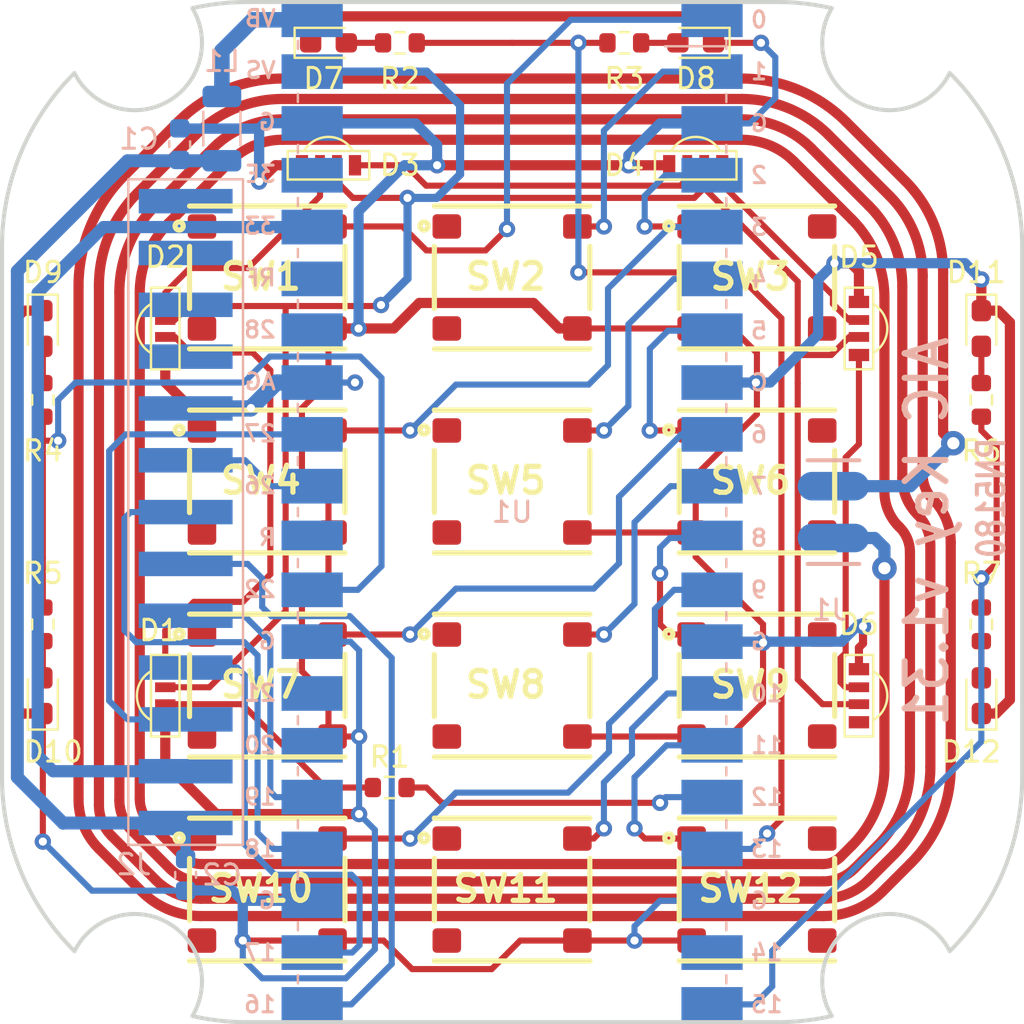
<source format=kicad_pcb>
(kicad_pcb (version 20221018) (generator pcbnew)
  (title_block (title "AIC Pico with PN5180"))
  (layers (0 "F.Cu" signal) (31 "B.Cu" signal) (34 "B.Paste" user) (35 "F.Paste" user) (36 "B.SilkS" user "B.Silkscreen") (37 "F.SilkS" user "F.Silkscreen") (38 "B.Mask" user) (39 "F.Mask" user) (44 "Edge.Cuts" user))
  (net 0 "")
  (net 1 "+5V")
  (net 2 "GND")
  (net 3 "+3V3")
  (net 4 "Net-(D7-A)")
  (net 5 "Net-(D1-In)")
  (net 6 "Net-(D1-Out)")
  (net 7 "Net-(D8-A)")
  (net 8 "Net-(D9-A)")
  (net 9 "Net-(D2-Out)")
  (net 10 "Net-(D10-A)")
  (net 11 "Net-(D11-A)")
  (net 12 "Net-(D3-Out)")
  (net 13 "Net-(D12-A)")
  (net 14 "Net-(D4-Out)")
  (net 15 "Net-(U1-GPIO12)")
  (net 16 "Net-(D5-Out)")
  (net 17 "Net-(U1-GPIO22)")
  (net 19 "Net-(U1-GPIO15)")
  (net 23 "Net-(U1-GPIO13)")
  (net 24 "Net-(U1-GPIO0)")
  (net 29 "Net-(U1-GPIO1)")
  (net 30 "Net-(U1-GPIO2)")
  (net 41 "Net-(U1-GPIO3)")
  (net 42 "Net-(U1-GPIO4)")
  (net 44 "Net-(U1-GPIO5)")
  (net 47 "Net-(U1-GPIO6)")
  (net 48 "Net-(U1-GPIO7)")
  (net 49 "Net-(U1-GPIO8)")
  (net 52 "Net-(U1-GPIO9)")
  (net 53 "Net-(U1-GPIO10)")
  (net 54 "Net-(U1-GPIO11)")
  (net 64 "Net-(U1-VBUS)")
  (net 65 "/ANT")
  (net 66 "Net-(J2-RST)")
  (net 67 "Net-(J2-NSS)")
  (net 68 "Net-(J2-MOSI)")
  (net 69 "Net-(J2-MISO)")
  (net 70 "Net-(J2-SCK)")
  (net 71 "Net-(J2-BUSY)")
  (net 76 "Net-(J2-5V)")
  (footprint "aic_pico:SKRR" (layer "F.Cu") (at 147.32 131.9)
    (fp_text reference "SW12")
    (fp_text value "SKRR_4pin" hide)
  )
  (footprint "aic_pico:WS2812B-1204" (layer "F.Cu") (at 144.32 96.4 180)
    (fp_text reference "D4")
    (fp_text value "WS2812B_Unified" hide)
  )
  (footprint "aic_pico:SKRR" (layer "F.Cu") (at 123.32 101.9)
    (fp_text reference "SW1")
    (fp_text value "SKRR_4pin" hide)
  )
  (footprint "aic_pico:SKRR" (layer "F.Cu") (at 135.32 101.9)
    (fp_text reference "SW2")
    (fp_text value "SKRR_4pin" hide)
  )
  (footprint "LED_SMD:LED_0603_1608Metric_Pad1.05x0.95mm_HandSolder" (layer "F.Cu") (at 126.32 90.4)
    (fp_text reference "D7")
    (fp_text value "LED" hide)
  )
  (footprint "aic_pico:WS2812B-1204" (layer "F.Cu") (at 152.32 104.4 90)
    (fp_text reference "D5")
    (fp_text value "WS2812B_Unified" hide)
  )
  (footprint "aic_pico:SKRR" (layer "F.Cu") (at 135.32 121.9)
    (fp_text reference "SW8")
    (fp_text value "SKRR_4pin" hide)
  )
  (footprint "aic_pico:WS2812B-1204" (layer "F.Cu") (at 126.32 96.4 180)
    (fp_text reference "D3")
    (fp_text value "WS2812B_Unified" hide)
  )
  (footprint "Resistor_SMD:R_0603_1608Metric" (layer "F.Cu") (at 140.82 90.4 180)
    (fp_text reference "R3")
    (fp_text value "1k" hide)
  )
  (footprint "aic_pico:SKRR" (layer "F.Cu") (at 147.32 121.9)
    (fp_text reference "SW9")
    (fp_text value "SKRR_4pin" hide)
  )
  (footprint "aic_pico:SKRR" (layer "F.Cu") (at 135.32 131.9)
    (fp_text reference "SW11")
    (fp_text value "SKRR_4pin" hide)
  )
  (footprint "Resistor_SMD:R_0603_1608Metric" (layer "F.Cu") (at 158.32 107.9 -90)
    (fp_text reference "R6")
    (fp_text value "1k" hide)
  )
  (footprint "aic_pico:SKRR" (layer "F.Cu") (at 123.32 121.9)
    (fp_text reference "SW7")
    (fp_text value "SKRR_4pin" hide)
  )
  (footprint "aic_pico:WS2812B-1204" (layer "F.Cu") (at 118.32 122.4 -90)
    (fp_text reference "D1")
    (fp_text value "WS2812B_Unified" hide)
  )
  (footprint "Resistor_SMD:R_0603_1608Metric" (layer "F.Cu") (at 112.32 107.9 -90)
    (fp_text reference "R4")
    (fp_text value "1k" hide)
  )
  (footprint "Resistor_SMD:R_0603_1608Metric" (layer "F.Cu") (at 158.32 118.9 90)
    (fp_text reference "R7")
    (fp_text value "1k" hide)
  )
  (footprint "LED_SMD:LED_0603_1608Metric_Pad1.05x0.95mm_HandSolder" (layer "F.Cu") (at 158.32 122.4 90)
    (fp_text reference "D12")
    (fp_text value "LED" hide)
  )
  (footprint "LED_SMD:LED_0603_1608Metric_Pad1.05x0.95mm_HandSolder" (layer "F.Cu") (at 158.32 104.4 -90)
    (fp_text reference "D11")
    (fp_text value "LED" hide)
  )
  (footprint "aic_pico:SKRR" (layer "F.Cu") (at 123.32 131.9)
    (fp_text reference "SW10")
    (fp_text value "SKRR_4pin" hide)
  )
  (footprint "LED_SMD:LED_0603_1608Metric_Pad1.05x0.95mm_HandSolder" (layer "F.Cu") (at 144.32 90.4 180)
    (fp_text reference "D8")
    (fp_text value "LED" hide)
  )
  (footprint "Resistor_SMD:R_0603_1608Metric" (layer "F.Cu") (at 129.32 126.9)
    (fp_text reference "R1")
    (fp_text value "10" hide)
  )
  (footprint "aic_pico:SKRR" (layer "F.Cu") (at 147.32 101.9)
    (fp_text reference "SW3")
    (fp_text value "SKRR_4pin" hide)
  )
  (footprint "Resistor_SMD:R_0603_1608Metric" (layer "F.Cu") (at 112.32 118.9 90)
    (fp_text reference "R5")
    (fp_text value "1k" hide)
  )
  (footprint "aic_pico:SKRR" (layer "F.Cu") (at 135.32 111.9)
    (fp_text reference "SW5")
    (fp_text value "SKRR_4pin" hide)
  )
  (footprint "Resistor_SMD:R_0603_1608Metric" (layer "F.Cu") (at 129.82 90.4)
    (fp_text reference "R2")
    (fp_text value "1k" hide)
  )
  (footprint "aic_pico:SKRR" (layer "F.Cu") (at 147.32 111.9)
    (fp_text reference "SW6")
    (fp_text value "SKRR_4pin" hide)
  )
  (footprint "LED_SMD:LED_0603_1608Metric_Pad1.05x0.95mm_HandSolder" (layer "F.Cu") (at 112.32 122.4 90)
    (fp_text reference "D10")
    (fp_text value "LED" hide)
  )
  (footprint "aic_pico:WS2812B-1204" (layer "F.Cu") (at 152.32 122.4 90)
    (fp_text reference "D6")
    (fp_text value "WS2812B_Unified" hide)
  )
  (footprint "aic_pico:SKRR" (layer "F.Cu") (at 123.32 111.9)
    (fp_text reference "SW4")
    (fp_text value "SKRR_4pin" hide)
  )
  (footprint "LED_SMD:LED_0603_1608Metric_Pad1.05x0.95mm_HandSolder" (layer "F.Cu") (at 112.32 104.4 -90)
    (fp_text reference "D9")
    (fp_text value "LED" hide)
  )
  (footprint "aic_pico:WS2812B-1204" (layer "F.Cu") (at 118.32 104.4 -90)
    (fp_text reference "D2")
    (fp_text value "WS2812B_Unified" hide)
  )
  (footprint "Inductor_SMD:L_1206_3216Metric" (layer "B.Cu") (at 121.096 94.604 -90)
    (fp_text reference "L1")
    (fp_text value "100nH")
  )
  (footprint "aic_pico:ANT_2P" (layer "B.Cu") (at 151.07 113.4)
    (fp_text reference "J1")
    (fp_text value "Conn_01x02_Female" hide)
  )
  (footprint "Capacitor_SMD:C_0603_1608Metric" (layer "B.Cu") (at 119.027934 95.366 90)
    (fp_text reference "C1")
    (fp_text value "0.1uF" hide)
  )
  (footprint "Capacitor_SMD:C_0603_1608Metric" (layer "B.Cu") (at 119.318 131.18 -90)
    (fp_text reference "C2")
    (fp_text value "10uF" hide)
  )
  (footprint "aic_pico:RPi_Pico_SMD_No_USB" (layer "B.Cu") (at 135.32 113.4 180)
    (fp_text reference "U1")
    (fp_text value "Pico_Trim")
  )
  (footprint "aic_pico:pn5180_conn" (layer "B.Cu") (at 119.32 113.4)
    (fp_text reference "J2")
    (fp_text value "PN5180" hide)
  )
  (gr_line (start 148.32 138.399999) (end 122.32 138.399999) (stroke (width 0.2)) (layer "Edge.Cuts"))
  (gr_line (start 160.32 126.399999) (end 160.32 100.399999) (stroke (width 0.2)) (layer "Edge.Cuts"))
  (gr_arc (start 119.649044 88.701025) (mid 118.410332 93.29151) (end 113.870189 91.879395) (stroke (width 0.2)) (layer "Edge.Cuts"))
  (gr_arc (start 150.990956 138.098973) (mid 152.229668 133.508486) (end 156.769811 134.920603) (stroke (width 0.2)) (layer "Edge.Cuts"))
  (gr_arc (start 110.32 100.399999) (mid 111.243048 95.784684) (end 113.870189 91.879395) (stroke (width 0.2)) (layer "Edge.Cuts"))
  (gr_arc (start 113.870189 134.920603) (mid 111.243048 131.015314) (end 110.32 126.399999) (stroke (width 0.2)) (layer "Edge.Cuts"))
  (gr_arc (start 122.32 138.399999) (mid 120.976067 138.324505) (end 119.649044 138.098973) (stroke (width 0.2)) (layer "Edge.Cuts"))
  (gr_arc (start 156.769811 91.879395) (mid 159.396952 95.784684) (end 160.32 100.399999) (stroke (width 0.2)) (layer "Edge.Cuts"))
  (gr_arc (start 160.32 126.399999) (mid 159.396952 131.015314) (end 156.769811 134.920603) (stroke (width 0.2)) (layer "Edge.Cuts"))
  (gr_arc (start 156.769811 91.879395) (mid 152.229668 93.291511) (end 150.990956 88.701025) (stroke (width 0.2)) (layer "Edge.Cuts"))
  (gr_arc (start 150.990956 138.098973) (mid 149.663933 138.324505) (end 148.32 138.399999) (stroke (width 0.2)) (layer "Edge.Cuts"))
  (gr_arc (start 113.870189 134.920603) (mid 118.410332 133.508487) (end 119.649044 138.098973) (stroke (width 0.2)) (layer "Edge.Cuts"))
  (gr_line (start 148.32 88.399999) (end 122.32 88.399999) (stroke (width 0.2)) (layer "Edge.Cuts"))
  (gr_line (start 110.32 126.399999) (end 110.32 100.399999) (stroke (width 0.2)) (layer "Edge.Cuts"))
  (gr_arc (start 148.32 88.399999) (mid 149.663933 88.475493) (end 150.990956 88.701025) (stroke (width 0.2)) (layer "Edge.Cuts"))
  (gr_arc (start 119.649044 88.701025) (mid 120.976067 88.475493) (end 122.32 88.399999) (stroke (width 0.2)) (layer "Edge.Cuts"))
  (gr_text "PN5180" (at 159.57 109.65 90) (layer "B.SilkS") (effects (font (size 1.3 1) (thickness 0.2) bold) (justify left bottom mirror)))
  (gr_text "AIC Key v1.31" (at 156.82 104.65 90) (layer "B.SilkS") (effects (font (size 2 1.8) (thickness 0.3)) (justify left bottom mirror)))
  (segment (start 144.25 98) (end 144.735 97.515) (width 0.3) (layer "F.Cu") (net 1))
  (segment (start 128.895 103.25) (end 128.845 103.3) (width 0.3) (layer "F.Cu") (net 1))
  (segment (start 149.32 121.6) (end 149.32 107.1) (width 0.3) (layer "F.Cu") (net 1))
  (segment (start 149.32 105.7) (end 150.96381 105.7) (width 0.3) (layer "F.Cu") (net 1))
  (segment (start 149.32 102.1) (end 149.32 105.7) (width 0.3) (layer "F.Cu") (net 1))
  (segment (start 144.735 97.515) (end 149.32 102.1) (width 0.3) (layer "F.Cu") (net 1))
  (segment (start 144.735 96.4) (end 144.735 97.515) (width 0.3) (layer "F.Cu") (net 1))
  (segment (start 150.96381 105.7) (end 151.84881 104.815) (width 0.3) (layer "F.Cu") (net 1))
  (segment (start 150.535 122.815) (end 149.32 121.6) (width 0.3) (layer "F.Cu") (net 1))
  (segment (start 128.845 103.3) (end 119.463623 103.3) (width 0.3) (layer "F.Cu") (net 1))
  (segment (start 151.84881 104.815) (end 152.32 104.815) (width 0.3) (layer "F.Cu") (net 1))
  (segment (start 120.485 121.985) (end 124.22 118.25) (width 0.3) (layer "F.Cu") (net 1))
  (segment (start 124.22 118.25) (end 124.22 103.3) (width 0.3) (layer "F.Cu") (net 1))
  (segment (start 152.32 122.815) (end 150.535 122.815) (width 0.3) (layer "F.Cu") (net 1))
  (segment (start 149.32 105.7) (end 149.32 107.1) (width 0.3) (layer "F.Cu") (net 1))
  (segment (start 118.32 121.985) (end 120.485 121.985) (width 0.3) (layer "F.Cu") (net 1))
  (segment (start 118.778623 103.985) (end 118.32 103.985) (width 0.3) (layer "F.Cu") (net 1))
  (segment (start 119.463623 103.3) (end 118.778623 103.985) (width 0.3) (layer "F.Cu") (net 1))
  (segment (start 127.52 98) (end 144.25 98) (width 0.3) (layer "F.Cu") (net 1))
  (segment (start 126.735 96.4) (end 126.735 97.215) (width 0.3) (layer "F.Cu") (net 1))
  (segment (start 126.735 97.215) (end 127.52 98) (width 0.3) (layer "F.Cu") (net 1))
  (via (at 128.895 103.25) (size 0.8) (drill 0.4) (layers "F.Cu" "B.Cu") (net 1))
  (via (at 130.195 98) (size 0.8) (drill 0.4) (layers "F.Cu" "B.Cu") (net 1))
  (segment (start 130.195 101.95) (end 130.195 98) (width 0.4) (layer "B.Cu") (net 1))
  (segment (start 132.77 93.45) (end 131.13 91.81) (width 0.4) (layer "B.Cu") (net 1))
  (segment (start 128.895 103.25) (end 130.195 101.95) (width 0.4) (layer "B.Cu") (net 1))
  (segment (start 131.13 91.81) (end 125.52 91.81) (width 0.4) (layer "B.Cu") (net 1))
  (segment (start 131.62 98) (end 132.77 96.85) (width 0.4) (layer "B.Cu") (net 1))
  (segment (start 130.195 98) (end 131.62 98) (width 0.4) (layer "B.Cu") (net 1))
  (segment (start 132.77 96.85) (end 132.77 93.45) (width 0.4) (layer "B.Cu") (net 1))
  (segment (start 125.02 111.4) (end 126.32 112.7) (width 0.3) (layer "F.Cu") (net 2))
  (segment (start 126.32 104.4) (end 126.32 106.4) (width 0.3) (layer "F.Cu") (net 2))
  (segment (start 118.32 107.05) (end 119.57 108.3) (width 0.5) (layer "F.Cu") (net 2))
  (segment (start 125.02 117.7) (end 125.02 121.2) (width 0.3) (layer "F.Cu") (net 2))
  (segment (start 125.445 90.4) (end 125.445 89.575) (width 0.5) (layer "F.Cu") (net 2))
  (segment (start 129.52 104.4) (end 130.77 103.15) (width 0.5) (layer "F.Cu") (net 2))
  (segment (start 147.62 118.9) (end 147.62 122.75) (width 0.3) (layer "F.Cu") (net 2))
  (segment (start 135.72 134.4) (end 138.32 134.4) (width 0.3) (layer "F.Cu") (net 2))
  (segment (start 147.32 108.6) (end 144.32 111.6) (width 0.3) (layer "F.Cu") (net 2))
  (segment (start 112.32 103.525) (end 111.395 103.525) (width 0.5) (layer "F.Cu") (net 2))
  (segment (start 144.32 114.4) (end 138.32 114.4) (width 0.3) (layer "F.Cu") (net 2))
  (segment (start 125.92 89.1) (end 144.72 89.1) (width 0.5) (layer "F.Cu") (net 2))
  (segment (start 130.42 135.8) (end 134.32 135.8) (width 0.3) (layer "F.Cu") (net 2))
  (segment (start 111.32 123.3) (end 111.345 123.275) (width 0.5) (layer "F.Cu") (net 2))
  (segment (start 158.32 103.525) (end 159.145 103.525) (width 0.5) (layer "F.Cu") (net 2))
  (segment (start 142.52 104.4) (end 144.32 104.4) (width 0.3) (layer "F.Cu") (net 2))
  (segment (start 111.395 103.525) (end 111.02 103.9) (width 0.5) (layer "F.Cu") (net 2))
  (segment (start 126.32 122.5) (end 126.32 124.4) (width 0.3) (layer "F.Cu") (net 2))
  (segment (start 152.32 120.04) (end 152.32 121.1) (width 0.4) (layer "F.Cu") (net 2))
  (segment (start 144.72 89.1) (end 145.195 89.575) (width 0.5) (layer "F.Cu") (net 2))
  (segment (start 152.52 119.84) (end 152.32 120.04) (width 0.4) (layer "F.Cu") (net 2))
  (segment (start 126.32 114.4) (end 126.32 116.4) (width 0.3) (layer "F.Cu") (net 2))
  (segment (start 144.32 104.4) (end 146.12 104.4) (width 0.3) (layer "F.Cu") (net 2))
  (segment (start 126.32 116.4) (end 125.02 117.7) (width 0.3) (layer "F.Cu") (net 2))
  (segment (start 136.37 103.15) (end 137.62 104.4) (width 0.5) (layer "F.Cu") (net 2))
  (segment (start 127.795 104.4) (end 129.52 104.4) (width 0.5) (layer "F.Cu") (net 2))
  (segment (start 125.02 108.3) (end 125.02 111.4) (width 0.3) (layer "F.Cu") (net 2))
  (segment (start 111.02 103.9) (end 111.02 123) (width 0.5) (layer "F.Cu") (net 2))
  (segment (start 141.32 134.4) (end 144.32 134.4) (width 0.3) (layer "F.Cu") (net 2))
  (segment (start 152.52 119) (end 152.52 119.84) (width 0.4) (layer "F.Cu") (net 2))
  (segment (start 159.72 122.6) (end 159.045 123.275) (width 0.5) (layer "F.Cu") (net 2))
  (segment (start 126.32 112.7) (end 126.32 114.4) (width 0.3) (layer "F.Cu") (net 2))
  (segment (start 145.195 89.575) (end 145.195 90.4) (width 0.5) (layer "F.Cu") (net 2))
  (segment (start 125.02 121.2) (end 126.32 122.5) (width 0.3) (layer "F.Cu") (net 2))
  (segment (start 130.77 103.15) (end 136.37 103.15) (width 0.5) (layer "F.Cu") (net 2))
  (segment (start 144.32 124.4) (end 138.32 124.4) (width 0.3) (layer "F.Cu") (net 2))
  (segment (start 159.045 123.275) (end 158.32 123.275) (width 0.5) (layer "F.Cu") (net 2))
  (segment (start 125.445 89.575) (end 125.92 89.1) (width 0.5) (layer "F.Cu") (net 2))
  (segment (start 137.62 104.4) (end 138.32 104.4) (width 0.5) (layer "F.Cu") (net 2))
  (segment (start 126.32 134.4) (end 129.02 134.4) (width 0.3) (layer "F.Cu") (net 2))
  (segment (start 127.72 128.2) (end 120.82 128.2) (width 0.5) (layer "F.Cu") (net 2))
  (segment (start 111.02 123) (end 111.32 123.3) (width 0.5) (layer "F.Cu") (net 2))
  (segment (start 134.32 135.8) (end 135.72 134.4) (width 0.3) (layer "F.Cu") (net 2))
  (segment (start 151.92 101.2) (end 152.32 101.6) (width 0.5) (layer "F.Cu") (net 2))
  (segment (start 122.92 97.2) (end 123.72 96.4) (width 0.5) (layer "F.Cu") (net 2))
  (segment (start 141.02 96.4) (end 131.645 96.4) (width 0.5) (layer "F.Cu") (net 2))
  (segment (start 138.32 104.4) (end 142.52 104.4) (width 0.3) (layer "F.Cu") (net 2))
  (segment (start 126.32 104.4) (end 127.795 104.4) (width 0.5) (layer "F.Cu") (net 2))
  (segment (start 127.82 124.4) (end 126.32 124.4) (width 0.3) (layer "F.Cu") (net 2))
  (segment (start 112.32 129.55) (end 112.32 123.275) (width 0.3) (layer "F.Cu") (net 2))
  (segment (start 122.12 134.4) (end 126.32 134.4) (width 0.3) (layer "F.Cu") (net 2))
  (segment (start 126.32 107.05) (end 126.32 106.4) (width 0.3) (layer "F.Cu") (net 2))
  (segment (start 146.12 104.4) (end 147.32 105.6) (width 0.3) (layer "F.Cu") (net 2))
  (segment (start 147.52 90.4) (end 145.195 90.4) (width 0.3) (layer "F.Cu") (net 2))
  (segment (start 118.32 105.7) (end 118.32 107.05) (width 0.5) (layer "F.Cu") (net 2))
  (segment (start 144.32 111.6) (end 144.32 114.4) (width 0.3) (layer "F.Cu") (net 2))
  (segment (start 158.32 102) (end 158.32 103.525) (width 0.5) (layer "F.Cu") (net 2))
  (segment (start 138.32 134.4) (end 141.32 134.4) (width 0.3) (layer "F.Cu") (net 2))
  (segment (start 123.72 96.4) (end 125.02 96.4) (width 0.5) (layer "F.Cu") (net 2))
  (segment (start 119.57 108.3) (end 122.52 108.3) (width 0.5) (layer "F.Cu") (net 2))
  (segment (start 127.62 107.05) (end 126.32 107.05) (width 0.3) (layer "F.Cu") (net 2))
  (segment (start 147.32 105.6) (end 147.32 108.6) (width 0.3) (layer "F.Cu") (net 2))
  (segment (start 145.97 124.4) (end 144.32 124.4) (width 0.3) (layer "F.Cu") (net 2))
  (segment (start 141.02 96.4) (end 143.02 96.4) (width 0.5) (layer "F.Cu") (net 2))
  (segment (start 127.82 128.3) (end 127.72 128.2) (width 0.5) (layer "F.Cu") (net 2))
  (segment (start 111.345 123.275) (end 112.32 123.275) (width 0.5) (layer "F.Cu") (net 2))
  (segment (start 151.12 101.2) (end 151.92 101.2) (width 0.5) (layer "F.Cu") (net 2))
  (segment (start 152.32 101.6) (end 152.32 103.1) (width 0.5) (layer "F.Cu") (net 2))
  (segment (start 144.32 114.4) (end 144.32 115.6) (width 0.3) (layer "F.Cu") (net 2))
  (segment (start 147.62 122.75) (end 145.97 124.4) (width 0.3) (layer "F.Cu") (net 2))
  (segment (start 159.145 103.525) (end 159.72 104.1) (width 0.5) (layer "F.Cu") (net 2))
  (segment (start 118.32 125.7) (end 118.32 123.7) (width 0.5) (layer "F.Cu") (net 2))
  (segment (start 144.32 115.6) (end 147.62 118.9) (width 0.3) (layer "F.Cu") (net 2))
  (segment (start 126.32 107) (end 125.02 108.3) (width 0.3) (layer "F.Cu") (net 2))
  (segment (start 129.02 134.4) (end 130.42 135.8) (width 0.3) (layer "F.Cu") (net 2))
  (segment (start 120.82 128.2) (end 118.32 125.7) (width 0.5) (layer "F.Cu") (net 2))
  (segment (start 159.72 104.1) (end 159.72 122.6) (width 0.5) (layer "F.Cu") (net 2))
  (via (at 122.52 108.3) (size 0.8) (drill 0.4) (layers "F.Cu" "B.Cu") (net 2))
  (via (at 127.62 107.05) (size 0.8) (drill 0.4) (layers "F.Cu" "B.Cu") (net 2))
  (via (at 158.32 102) (size 0.8) (drill 0.4) (layers "F.Cu" "B.Cu") (net 2))
  (via (at 147.27 107.05) (size 0.8) (drill 0.4) (layers "F.Cu" "B.Cu") (net 2))
  (via (at 141.02 96.4) (size 0.8) (drill 0.4) (layers "F.Cu" "B.Cu") (net 2))
  (via (at 122.92 97.2) (size 0.8) (drill 0.4) (layers "F.Cu" "B.Cu") (net 2))
  (via (at 127.82 128.2) (size 0.8) (drill 0.4) (layers "F.Cu" "B.Cu") (net 2))
  (via (at 122.12 134.4) (size 0.8) (drill 0.4) (layers "F.Cu" "B.Cu") (net 2))
  (via (at 141.32 134.4) (size 0.8) (drill 0.4) (layers "F.Cu" "B.Cu") (net 2))
  (via (at 131.645 96.4) (size 0.8) (drill 0.4) (layers "F.Cu" "B.Cu") (net 2))
  (via (at 147.52 90.4) (size 0.8) (drill 0.4) (layers "F.Cu" "B.Cu") (net 2))
  (via (at 152.52 119) (size 0.8) (drill 0.4) (layers "F.Cu" "B.Cu") (net 2))
  (via (at 151.12 101.2) (size 0.8) (drill 0.4) (layers "F.Cu" "B.Cu") (net 2))
  (via (at 127.82 124.4) (size 0.8) (drill 0.4) (layers "F.Cu" "B.Cu") (net 2))
  (via (at 127.795 104.4) (size 0.8) (drill 0.4) (layers "F.Cu" "B.Cu") (net 2))
  (via (at 147.62 119.8) (size 0.8) (drill 0.4) (layers "F.Cu" "B.Cu") (net 2))
  (via (at 112.32 129.55) (size 0.8) (drill 0.4) (layers "F.Cu" "B.Cu") (net 2))
  (segment (start 145.12 94.35) (end 146.97 94.35) (width 0.3) (layer "B.Cu") (net 2))
  (segment (start 122.12 132.45) (end 125.52 132.45) (width 0.508) (layer "B.Cu") (net 2))
  (segment (start 148.22 93.1) (end 148.22 91.1) (width 0.3) (layer "B.Cu") (net 2))
  (segment (start 131.645 96.4) (end 131.645 95.4) (width 0.5) (layer "B.Cu") (net 2))
  (segment (start 145.12 107.05) (end 147.97 107.05) (width 0.5) (layer "B.Cu") (net 2))
  (segment (start 128.595 134.825) (end 127.17 136.25) (width 0.3) (layer "B.Cu") (net 2))
  (segment (start 152.32 118.9) (end 151.47 119.75) (width 0.5) (layer "B.Cu") (net 2))
  (segment (start 122.12 132.45) (end 122.12 134.4) (width 0.508) (layer "B.Cu") (net 2))
  (segment (start 121.612 131.942) (end 122.12 132.45) (width 0.508) (layer "B.Cu") (net 2))
  (segment (start 122.92 94.604) (end 123.187 94.337) (width 0.508) (layer "B.Cu") (net 2))
  (segment (start 145.12 132.45) (end 142.57 132.45) (width 0.3) (layer "B.Cu") (net 2))
  (segment (start 112.32 129.55) (end 114.725 131.955) (width 0.3) (layer "B.Cu") (net 2))
  (segment (start 151.47 119.75) (end 145.12 119.75) (width 0.5) (layer "B.Cu") (net 2))
  (segment (start 157.52 101.2) (end 158.32 102) (width 0.5) (layer "B.Cu") (net 2))
  (segment (start 141.02 95.9) (end 141.02 96.4) (width 0.5) (layer "B.Cu") (net 2))
  (segment (start 127.795 98.65) (end 127.795 104.4) (width 0.5) (layer "B.Cu") (net 2))
  (segment (start 130.045 96.4) (end 127.795 98.65) (width 0.5) (layer "B.Cu") (net 2))
  (segment (start 119.32 108.32) (end 122.5 108.32) (width 0.8) (layer "B.Cu") (net 2))
  (segment (start 151.12 101.2) (end 157.52 101.2) (width 0.5) (layer "B.Cu") (net 2))
  (segment (start 122.92 97.2) (end 122.92 94.604) (width 0.508) (layer "B.Cu") (net 2))
  (segment (start 119.318 131.955) (end 119.331 131.942) (width 0.508) (layer "B.Cu") (net 2))
  (segment (start 114.725 131.955) (end 119.318 131.955) (width 0.3) (layer "B.Cu") (net 2))
  (segment (start 119.040934 94.604) (end 122.92 94.604) (width 0.508) (layer "B.Cu") (net 2))
  (segment (start 127.82 120.175) (end 127.395 119.75) (width 0.3) (layer "B.Cu") (net 2))
  (segment (start 142.57 94.35) (end 141.02 95.9) (width 0.5) (layer "B.Cu") (net 2))
  (segment (start 142.57 132.45) (end 141.32 133.7) (width 0.3) (layer "B.Cu") (net 2))
  (segment (start 147.97 107.05) (end 150.32 104.7) (width 0.5) (layer "B.Cu") (net 2))
  (segment (start 123.77 107.05) (end 125.52 107.05) (width 0.8) (layer "B.Cu") (net 2))
  (segment (start 123.187 94.337) (end 125.507 94.337) (width 0.508) (layer "B.Cu") (net 2))
  (segment (start 119.027934 94.591) (end 119.040934 94.604) (width 0.508) (layer "B.Cu") (net 2))
  (segment (start 123.07 136.25) (end 122.12 135.3) (width 0.3) (layer "B.Cu") (net 2))
  (segment (start 130.595 94.35) (end 125.52 94.35) (width 0.5) (layer "B.Cu") (net 2))
  (segment (start 127.17 136.25) (end 123.07 136.25) (width 0.3) (layer "B.Cu") (net 2))
  (segment (start 122.12 135.3) (end 122.12 134.4) (width 0.3) (layer "B.Cu") (net 2))
  (segment (start 150.32 102) (end 151.12 101.2) (width 0.5) (layer "B.Cu") (net 2))
  (segment (start 150.32 104.7) (end 150.32 102) (width 0.5) (layer "B.Cu") (net 2))
  (segment (start 128.595 128.975) (end 128.595 134.825) (width 0.3) (layer "B.Cu") (net 2))
  (segment (start 127.82 128.2) (end 128.595 128.975) (width 0.3) (layer "B.Cu") (net 2))
  (segment (start 131.645 96.4) (end 130.045 96.4) (width 0.5) (layer "B.Cu") (net 2))
  (segment (start 145.12 94.35) (end 142.57 94.35) (width 0.5) (layer "B.Cu") (net 2))
  (segment (start 122.5 108.32) (end 123.77 107.05) (width 0.8) (layer "B.Cu") (net 2))
  (segment (start 141.32 133.7) (end 141.32 134.4) (width 0.3) (layer "B.Cu") (net 2))
  (segment (start 127.395 119.75) (end 125.52 119.75) (width 0.3) (layer "B.Cu") (net 2))
  (segment (start 125.52 107.05) (end 127.62 107.05) (width 0.3) (layer "B.Cu") (net 2))
  (segment (start 127.82 124.4) (end 127.82 128.2) (width 0.3) (layer "B.Cu") (net 2))
  (segment (start 119.331 131.942) (end 121.612 131.942) (width 0.508) (layer "B.Cu") (net 2))
  (segment (start 127.82 124.4) (end 127.82 120.175) (width 0.3) (layer "B.Cu") (net 2))
  (segment (start 131.645 95.4) (end 130.595 94.35) (width 0.5) (layer "B.Cu") (net 2))
  (segment (start 148.22 91.1) (end 147.52 90.4) (width 0.3) (layer "B.Cu") (net 2))
  (segment (start 146.97 94.35) (end 148.22 93.1) (width 0.3) (layer "B.Cu") (net 2))
  (segment (start 112.07 125.35) (end 112.82 126.1) (width 0.6) (layer "B.Cu") (net 3))
  (segment (start 125.52 99.43) (end 115.29 99.43) (width 0.6) (layer "B.Cu") (net 3))
  (segment (start 115.29 99.43) (end 112.07 102.65) (width 0.6) (layer "B.Cu") (net 3))
  (segment (start 112.82 126.1) (end 120.08 126.1) (width 0.6) (layer "B.Cu") (net 3))
  (segment (start 112.07 102.65) (end 112.07 125.35) (width 0.6) (layer "B.Cu") (net 3))
  (segment (start 128.995 90.4) (end 127.195 90.4) (width 0.3) (layer "F.Cu") (net 4))
  (segment (start 126.17 126.9) (end 128.495 126.9) (width 0.3) (layer "F.Cu") (net 5))
  (segment (start 122.085 122.815) (end 126.17 126.9) (width 0.3) (layer "F.Cu") (net 5))
  (segment (start 118.32 122.815) (end 122.085 122.815) (width 0.3) (layer "F.Cu") (net 5))
  (segment (start 123.47 106.45) (end 123.47 116.45) (width 0.3) (layer "F.Cu") (net 6))
  (segment (start 118.32 119.2) (end 118.32 121.1) (width 0.3) (layer "F.Cu") (net 6))
  (segment (start 123.47 116.45) (end 122.12 117.8) (width 0.3) (layer "F.Cu") (net 6))
  (segment (start 118.32 104.815) (end 118.792509 104.815) (width 0.3) (layer "F.Cu") (net 6))
  (segment (start 119.557509 105.58) (end 122.6 105.58) (width 0.3) (layer "F.Cu") (net 6))
  (segment (start 119.72 117.8) (end 118.32 119.2) (width 0.3) (layer "F.Cu") (net 6))
  (segment (start 122.6 105.58) (end 123.47 106.45) (width 0.3) (layer "F.Cu") (net 6))
  (segment (start 122.12 117.8) (end 119.72 117.8) (width 0.3) (layer "F.Cu") (net 6))
  (segment (start 118.792509 104.815) (end 119.557509 105.58) (width 0.3) (layer "F.Cu") (net 6))
  (segment (start 143.445 90.4) (end 141.645 90.4) (width 0.3) (layer "F.Cu") (net 7))
  (segment (start 112.32 105.275) (end 112.32 107.075) (width 0.3) (layer "F.Cu") (net 8))
  (segment (start 119.5325 101.4375) (end 122.3825 101.4375) (width 0.3) (layer "F.Cu") (net 9))
  (segment (start 118.32 103.1) (end 118.32 102.65) (width 0.3) (layer "F.Cu") (net 9))
  (segment (start 118.32 102.65) (end 119.5325 101.4375) (width 0.3) (layer "F.Cu") (net 9))
  (segment (start 122.3825 101.4375) (end 125.905 97.915) (width 0.3) (layer "F.Cu") (net 9))
  (segment (start 125.905 97.915) (end 125.905 96.4) (width 0.3) (layer "F.Cu") (net 9))
  (segment (start 112.32 119.725) (end 112.32 121.525) (width 0.3) (layer "F.Cu") (net 10))
  (segment (start 158.32 105.275) (end 158.32 107.075) (width 0.3) (layer "F.Cu") (net 11))
  (segment (start 131.1075 97.4) (end 143.57 97.4) (width 0.3) (layer "F.Cu") (net 12))
  (segment (start 130.1075 96.4) (end 131.1075 97.4) (width 0.3) (layer "F.Cu") (net 12))
  (segment (start 143.57 97.4) (end 143.905 97.065) (width 0.3) (layer "F.Cu") (net 12))
  (segment (start 143.905 97.065) (end 143.905 96.4) (width 0.3) (layer "F.Cu") (net 12))
  (segment (start 127.62 96.4) (end 130.1075 96.4) (width 0.3) (layer "F.Cu") (net 12))
  (segment (start 158.32 119.725) (end 158.32 121.525) (width 0.3) (layer "F.Cu") (net 13))
  (segment (start 145.62 96.4) (end 145.62 97.345) (width 0.3) (layer "F.Cu") (net 14))
  (segment (start 145.62 97.345) (end 151.045 102.77) (width 0.3) (layer "F.Cu") (net 14))
  (segment (start 151.045 103.192067) (end 151.837933 103.985) (width 0.3) (layer "F.Cu") (net 14))
  (segment (start 151.045 102.77) (end 151.045 103.192067) (width 0.3) (layer "F.Cu") (net 14))
  (segment (start 151.837933 103.985) (end 152.32 103.985) (width 0.3) (layer "F.Cu") (net 14))
  (segment (start 142.57 127.65) (end 131.87 127.65) (width 0.3) (layer "F.Cu") (net 15))
  (segment (start 131.12 126.9) (end 130.145 126.9) (width 0.3) (layer "F.Cu") (net 15))
  (segment (start 131.87 127.65) (end 131.12 126.9) (width 0.3) (layer "F.Cu") (net 15))
  (via (at 142.57 127.65) (size 0.8) (drill 0.4) (layers "F.Cu" "B.Cu") (net 15))
  (segment (start 142.57 127.65) (end 142.85 127.37) (width 0.3) (layer "B.Cu") (net 15))
  (segment (start 142.85 127.37) (end 145.12 127.37) (width 0.3) (layer "B.Cu") (net 15))
  (segment (start 152.32 105.7) (end 152.32 110.07) (width 0.3) (layer "F.Cu") (net 16))
  (segment (start 151.67 110.72) (end 151.67 120.3) (width 0.3) (layer "F.Cu") (net 16))
  (segment (start 151.42 120.55) (end 151.42 121.75) (width 0.3) (layer "F.Cu") (net 16))
  (segment (start 151.67 120.3) (end 151.42 120.55) (width 0.3) (layer "F.Cu") (net 16))
  (segment (start 151.655 121.985) (end 152.32 121.985) (width 0.3) (layer "F.Cu") (net 16))
  (segment (start 152.32 110.07) (end 151.67 110.72) (width 0.3) (layer "F.Cu") (net 16))
  (segment (start 151.42 121.75) (end 151.655 121.985) (width 0.3) (layer "F.Cu") (net 16))
  (segment (start 112.32 109.9) (end 112.32 115.65) (width 0.3) (layer "F.Cu") (net 17))
  (segment (start 112.32 115.65) (end 112.32 118.075) (width 0.3) (layer "F.Cu") (net 17))
  (segment (start 112.32 108.725) (end 112.32 109.9) (width 0.3) (layer "F.Cu") (net 17))
  (segment (start 113.07 109.9) (end 112.32 109.9) (width 0.3) (layer "F.Cu") (net 17))
  (via (at 113.07 109.9) (size 0.8) (drill 0.4) (layers "F.Cu" "B.Cu") (net 17))
  (segment (start 123.445 105.775) (end 122.17 107.05) (width 0.3) (layer "B.Cu") (net 17))
  (segment (start 127.87 105.775) (end 123.445 105.775) (width 0.3) (layer "B.Cu") (net 17))
  (segment (start 127.76 117.21) (end 128.92 116.05) (width 0.3) (layer "B.Cu") (net 17))
  (segment (start 128.92 116.05) (end 128.92 106.825) (width 0.3) (layer "B.Cu") (net 17))
  (segment (start 113.92 107.05) (end 113.07 107.9) (width 0.3) (layer "B.Cu") (net 17))
  (segment (start 113.07 107.9) (end 113.07 109.9) (width 0.3) (layer "B.Cu") (net 17))
  (segment (start 122.17 107.05) (end 113.92 107.05) (width 0.3) (layer "B.Cu") (net 17))
  (segment (start 128.92 106.825) (end 127.87 105.775) (width 0.3) (layer "B.Cu") (net 17))
  (segment (start 125.52 117.21) (end 127.76 117.21) (width 0.3) (layer "B.Cu") (net 17))
  (segment (start 158.32 109.4) (end 158.32 108.725) (width 0.3) (layer "F.Cu") (net 19))
  (segment (start 159.07 110.15) (end 158.32 109.4) (width 0.3) (layer "F.Cu") (net 19))
  (segment (start 159.07 115.9) (end 159.07 110.15) (width 0.3) (layer "F.Cu") (net 19))
  (segment (start 158.32 116.65) (end 159.07 115.9) (width 0.3) (layer "F.Cu") (net 19))
  (segment (start 158.32 116.65) (end 158.32 118.075) (width 0.3) (layer "F.Cu") (net 19))
  (via (at 158.32 116.65) (size 0.8) (drill 0.4) (layers "F.Cu" "B.Cu") (net 19))
  (segment (start 158.32 124.65) (end 158.32 116.65) (width 0.3) (layer "B.Cu") (net 19))
  (segment (start 147.19 137.53) (end 148.07 136.65) (width 0.3) (layer "B.Cu") (net 19))
  (segment (start 145.12 137.53) (end 147.19 137.53) (width 0.3) (layer "B.Cu") (net 19))
  (segment (start 148.07 136.65) (end 148.07 134.9) (width 0.3) (layer "B.Cu") (net 19))
  (segment (start 148.07 134.9) (end 158.32 124.65) (width 0.3) (layer "B.Cu") (net 19))
  (segment (start 146.27 101.65) (end 138.57 101.65) (width 0.3) (layer "F.Cu") (net 23))
  (segment (start 130.645 90.4) (end 135.32 90.4) (width 0.3) (layer "F.Cu") (net 23))
  (segment (start 138.57 90.4) (end 139.995 90.4) (width 0.3) (layer "F.Cu") (net 23))
  (segment (start 135.32 90.4) (end 138.57 90.4) (width 0.3) (layer "F.Cu") (net 23))
  (segment (start 148.52 128.45) (end 148.52 103.9) (width 0.3) (layer "F.Cu") (net 23))
  (segment (start 148.52 103.9) (end 146.27 101.65) (width 0.3) (layer "F.Cu") (net 23))
  (segment (start 147.82 129.15) (end 148.52 128.45) (width 0.3) (layer "F.Cu") (net 23))
  (via (at 147.82 129.15) (size 0.8) (drill 0.4) (layers "F.Cu" "B.Cu") (net 23))
  (via (at 138.57 101.65) (size 0.8) (drill 0.4) (layers "F.Cu" "B.Cu") (net 23))
  (via (at 138.57 90.4) (size 0.8) (drill 0.4) (layers "F.Cu" "B.Cu") (net 23))
  (segment (start 147.82 129.15) (end 147.06 129.91) (width 0.3) (layer "B.Cu") (net 23))
  (segment (start 147.06 129.91) (end 145.12 129.91) (width 0.3) (layer "B.Cu") (net 23))
  (segment (start 138.57 90.4) (end 138.57 101.65) (width 0.3) (layer "B.Cu") (net 23))
  (segment (start 129.945 99.4) (end 126.32 99.4) (width 0.3) (layer "F.Cu") (net 24))
  (segment (start 131.12 100.575) (end 129.945 99.4) (width 0.3) (layer "F.Cu") (net 24))
  (segment (start 135.07 99.525) (end 134.02 100.575) (width 0.3) (layer "F.Cu") (net 24))
  (segment (start 134.02 100.575) (end 131.12 100.575) (width 0.3) (layer "F.Cu") (net 24))
  (via (at 135.07 99.525) (size 0.8) (drill 0.4) (layers "F.Cu" "B.Cu") (net 24))
  (segment (start 138.2 89.27) (end 145.12 89.27) (width 0.3) (layer "B.Cu") (net 24))
  (segment (start 135.07 92.4) (end 138.2 89.27) (width 0.3) (layer "B.Cu") (net 24))
  (segment (start 135.07 99.525) (end 135.07 92.4) (width 0.3) (layer "B.Cu") (net 24))
  (segment (start 139.82 99.4) (end 138.32 99.4) (width 0.3) (layer "F.Cu") (net 29))
  (via (at 139.82 99.4) (size 0.8) (drill 0.4) (layers "F.Cu" "B.Cu") (net 29))
  (segment (start 142.71 91.81) (end 139.82 94.7) (width 0.3) (layer "B.Cu") (net 29))
  (segment (start 145.12 91.81) (end 142.71 91.81) (width 0.3) (layer "B.Cu") (net 29))
  (segment (start 139.82 94.7) (end 139.82 99.4) (width 0.3) (layer "B.Cu") (net 29))
  (segment (start 141.82 99.4) (end 144.32 99.4) (width 0.3) (layer "F.Cu") (net 30))
  (via (at 141.82 99.4) (size 0.8) (drill 0.4) (layers "F.Cu" "B.Cu") (net 30))
  (segment (start 141.82 97.9) (end 141.82 99.4) (width 0.3) (layer "B.Cu") (net 30))
  (segment (start 142.83 96.89) (end 141.82 97.9) (width 0.3) (layer "B.Cu") (net 30))
  (segment (start 145.12 96.89) (end 142.83 96.89) (width 0.3) (layer "B.Cu") (net 30))
  (segment (start 130.32 109.4) (end 126.32 109.4) (width 0.3) (layer "F.Cu") (net 41))
  (via (at 130.32 109.4) (size 0.8) (drill 0.4) (layers "F.Cu" "B.Cu") (net 41))
  (segment (start 140.02 102.45) (end 143.04 99.43) (width 0.3) (layer "B.Cu") (net 41))
  (segment (start 140.02 106.2) (end 140.02 102.45) (width 0.3) (layer "B.Cu") (net 41))
  (segment (start 132.57 107.15) (end 139.07 107.15) (width 0.3) (layer "B.Cu") (net 41))
  (segment (start 139.07 107.15) (end 140.02 106.2) (width 0.3) (layer "B.Cu") (net 41))
  (segment (start 143.04 99.43) (end 145.12 99.43) (width 0.3) (layer "B.Cu") (net 41))
  (segment (start 130.32 109.4) (end 132.57 107.15) (width 0.3) (layer "B.Cu") (net 41))
  (segment (start 139.82 109.4) (end 138.32 109.4) (width 0.3) (layer "F.Cu") (net 42))
  (via (at 139.82 109.4) (size 0.8) (drill 0.4) (layers "F.Cu" "B.Cu") (net 42))
  (segment (start 141.02 104.2) (end 141.02 108.2) (width 0.3) (layer "B.Cu") (net 42))
  (segment (start 141.02 108.2) (end 139.82 109.4) (width 0.3) (layer "B.Cu") (net 42))
  (segment (start 143.25 101.97) (end 141.02 104.2) (width 0.3) (layer "B.Cu") (net 42))
  (segment (start 145.12 101.97) (end 143.25 101.97) (width 0.3) (layer "B.Cu") (net 42))
  (segment (start 142.07 109.4) (end 144.32 109.4) (width 0.3) (layer "F.Cu") (net 44))
  (via (at 142.07 109.4) (size 0.8) (drill 0.4) (layers "F.Cu" "B.Cu") (net 44))
  (segment (start 142.96 104.51) (end 142.07 105.4) (width 0.3) (layer "B.Cu") (net 44))
  (segment (start 145.12 104.51) (end 142.96 104.51) (width 0.3) (layer "B.Cu") (net 44))
  (segment (start 142.07 105.4) (end 142.07 109.4) (width 0.3) (layer "B.Cu") (net 44))
  (segment (start 130.32 119.4) (end 126.32 119.4) (width 0.3) (layer "F.Cu") (net 47))
  (via (at 130.32 119.4) (size 0.8) (drill 0.4) (layers "F.Cu" "B.Cu") (net 47))
  (segment (start 130.32 119.4) (end 132.57 117.15) (width 0.3) (layer "B.Cu") (net 47))
  (segment (start 140.56 115.91) (end 140.56 112.65) (width 0.3) (layer "B.Cu") (net 47))
  (segment (start 143.62 109.59) (end 145.12 109.59) (width 0.3) (layer "B.Cu") (net 47))
  (segment (start 139.32 117.15) (end 140.56 115.91) (width 0.3) (layer "B.Cu") (net 47))
  (segment (start 140.56 112.65) (end 143.62 109.59) (width 0.3) (layer "B.Cu") (net 47))
  (segment (start 132.57 117.15) (end 139.32 117.15) (width 0.3) (layer "B.Cu") (net 47))
  (segment (start 139.82 119.4) (end 138.32 119.4) (width 0.3) (layer "F.Cu") (net 48))
  (via (at 139.82 119.4) (size 0.8) (drill 0.4) (layers "F.Cu" "B.Cu") (net 48))
  (segment (start 143.09 112.13) (end 141.32 113.9) (width 0.3) (layer "B.Cu") (net 48))
  (segment (start 141.32 117.9) (end 141.32 113.9) (width 0.3) (layer "B.Cu") (net 48))
  (segment (start 139.82 119.4) (end 141.32 117.9) (width 0.3) (layer "B.Cu") (net 48))
  (segment (start 145.12 112.13) (end 143.09 112.13) (width 0.3) (layer "B.Cu") (net 48))
  (segment (start 142.57 118.9) (end 142.57 116.4) (width 0.3) (layer "F.Cu") (net 49))
  (segment (start 144.32 119.4) (end 143.07 119.4) (width 0.3) (layer "F.Cu") (net 49))
  (segment (start 143.07 119.4) (end 142.57 118.9) (width 0.3) (layer "F.Cu") (net 49))
  (via (at 142.57 116.4) (size 0.8) (drill 0.4) (layers "F.Cu" "B.Cu") (net 49))
  (segment (start 143.05 114.67) (end 145.12 114.67) (width 0.3) (layer "B.Cu") (net 49))
  (segment (start 142.57 115.15) (end 143.05 114.67) (width 0.3) (layer "B.Cu") (net 49))
  (segment (start 142.57 116.4) (end 142.57 115.15) (width 0.3) (layer "B.Cu") (net 49))
  (segment (start 130.32 129.4) (end 126.32 129.4) (width 0.3) (layer "F.Cu") (net 52))
  (via (at 130.32 129.4) (size 0.8) (drill 0.4) (layers "F.Cu" "B.Cu") (net 52))
  (segment (start 142.32 121.525) (end 142.32 118.15) (width 0.3) (layer "B.Cu") (net 52))
  (segment (start 132.57 127.15) (end 138.07 127.15) (width 0.3) (layer "B.Cu") (net 52))
  (segment (start 140.07 123.775) (end 142.32 121.525) (width 0.3) (layer "B.Cu") (net 52))
  (segment (start 142.32 118.15) (end 143.26 117.21) (width 0.3) (layer "B.Cu") (net 52))
  (segment (start 140.07 125.15) (end 140.07 123.775) (width 0.3) (layer "B.Cu") (net 52))
  (segment (start 143.26 117.21) (end 145.12 117.21) (width 0.3) (layer "B.Cu") (net 52))
  (segment (start 130.32 129.4) (end 132.57 127.15) (width 0.3) (layer "B.Cu") (net 52))
  (segment (start 138.07 127.15) (end 140.07 125.15) (width 0.3) (layer "B.Cu") (net 52))
  (segment (start 139.82 128.9) (end 139.32 129.4) (width 0.3) (layer "F.Cu") (net 53))
  (segment (start 139.32 129.4) (end 138.32 129.4) (width 0.3) (layer "F.Cu") (net 53))
  (via (at 139.82 128.9) (size 0.8) (drill 0.4) (layers "F.Cu" "B.Cu") (net 53))
  (segment (start 141.195 124.025) (end 142.93 122.29) (width 0.3) (layer "B.Cu") (net 53))
  (segment (start 139.82 126.65) (end 141.195 125.275) (width 0.3) (layer "B.Cu") (net 53))
  (segment (start 139.82 128.9) (end 139.82 126.65) (width 0.3) (layer "B.Cu") (net 53))
  (segment (start 141.195 125.275) (end 141.195 124.025) (width 0.3) (layer "B.Cu") (net 53))
  (segment (start 142.93 122.29) (end 145.12 122.29) (width 0.3) (layer "B.Cu") (net 53))
  (segment (start 141.82 129.4) (end 144.32 129.4) (width 0.3) (layer "F.Cu") (net 54))
  (segment (start 141.32 128.9) (end 141.82 129.4) (width 0.3) (layer "F.Cu") (net 54))
  (via (at 141.32 128.9) (size 0.8) (drill 0.4) (layers "F.Cu" "B.Cu") (net 54))
  (segment (start 141.32 126.4) (end 142.89 124.83) (width 0.3) (layer "B.Cu") (net 54))
  (segment (start 141.32 128.9) (end 141.32 126.4) (width 0.3) (layer "B.Cu") (net 54))
  (segment (start 142.89 124.83) (end 145.12 124.83) (width 0.3) (layer "B.Cu") (net 54))
  (segment (start 121.096 90.794) (end 121.096 93.029) (width 0.762) (layer "B.Cu") (net 64))
  (segment (start 125.52 89.27) (end 122.62 89.27) (width 0.762) (layer "B.Cu") (net 64))
  (segment (start 122.62 89.27) (end 121.096 90.794) (width 0.762) (layer "B.Cu") (net 64))
  (segment (start 117.82 98.4) (end 120.655786 95.564214) (width 0.5) (layer "F.Cu") (net 65))
  (segment (start 155.82 115.033883) (end 155.82 125.9) (width 0.5) (layer "F.Cu") (net 65))
  (segment (start 116.32 96.9) (end 118.948679 94.271321) (width 0.5) (layer "F.Cu") (net 65))
  (segment (start 117.850761 131.430761) (end 115.695 129.275) (width 0.5) (layer "F.Cu") (net 65))
  (segment (start 154.32 96.9) (end 154.588845 97.168844) (width 0.5) (layer "F.Cu") (net 65))
  (segment (start 154.445 102.323097) (end 154.445 111.71434) (width 0.5) (layer "F.Cu") (net 65))
  (segment (start 155.445 101.823097) (end 155.445 111.567894) (width 0.5) (layer "F.Cu") (net 65))
  (segment (start 150.57 132.35) (end 120.07 132.35) (width 0.5) (layer "F.Cu") (net 65))
  (segment (start 118.484214 99.235787) (end 119.32 98.4) (width 0.5) (layer "F.Cu") (net 65))
  (segment (start 149.984214 95.564214) (end 152.82 98.4) (width 0.5) (layer "F.Cu") (net 65))
  (segment (start 156.445 109.525) (end 156.945 110.025) (width 0.5) (layer "F.Cu") (net 65))
  (segment (start 119.32 98.4) (end 121.509339 96.210661) (width 0.5) (layer "F.Cu") (net 65))
  (segment (start 124.07 93.15) (end 146.57 93.15) (width 0.5) (layer "F.Cu") (net 65))
  (segment (start 154.82 115.357106) (end 154.82 125.9) (width 0.5) (layer "F.Cu") (net 65))
  (segment (start 117.167919 131.997919) (end 115.07 129.9) (width 0.5) (layer "F.Cu") (net 65))
  (segment (start 124.07 94.15) (end 146.57 94.15) (width 0.5) (layer "F.Cu") (net 65))
  (segment (start 150.57 131.5) (end 120.07 131.5) (width 0.5) (layer "F.Cu") (net 65))
  (segment (start 151.979009 129.740992) (end 151.423555 130.296446) (width 0.5) (layer "F.Cu") (net 65))
  (segment (start 156.445 101.65) (end 156.445 109.525) (width 0.5) (layer "F.Cu") (net 65))
  (segment (start 124.07 95.15) (end 146.57 95.15) (width 0.5) (layer "F.Cu") (net 65))
  (segment (start 150.837767 94.917767) (end 153.82 97.9) (width 0.5) (layer "F.Cu") (net 65))
  (segment (start 115.07 127.766117) (end 115.07 102.30165) (width 0.5) (layer "F.Cu") (net 65))
  (segment (start 153.57 116.15) (end 153.57 125.9) (width 0.5) (layer "F.Cu") (net 65))
  (segment (start 116.945 97.775) (end 119.802233 94.917767) (width 0.5) (layer "F.Cu") (net 65))
  (segment (start 117.07 127.442896) (end 117.07 102.65) (width 0.5) (layer "F.Cu") (net 65))
  (segment (start 119.216446 130.296447) (end 117.569999 128.65) (width 0.5) (layer "F.Cu") (net 65))
  (segment (start 154.277107 114.107107) (end 154.32 114.15) (width 0.5) (layer "F.Cu") (net 65))
  (segment (start 149.130661 96.210661) (end 151.445 98.525) (width 0.5) (layer "F.Cu") (net 65))
  (segment (start 154.875456 130.594543) (end 153.472081 131.997919) (width 0.5) (layer "F.Cu") (net 65))
  (segment (start 124.07 92.15) (end 146.57 92.15) (width 0.5) (layer "F.Cu") (net 65))
  (segment (start 118.533604 130.863604) (end 116.695 129.025) (width 0.5) (layer "F.Cu") (net 65))
  (segment (start 153.22901 129.740991) (end 152.106396 130.863604) (width 0.5) (layer "F.Cu") (net 65))
  (segment (start 151.445 98.525) (end 151.97901 99.059009) (width 0.5) (layer "F.Cu") (net 65))
  (segment (start 156.82 114.887436) (end 156.82 125.9) (width 0.5) (layer "F.Cu") (net 65))
  (segment (start 153.57 102.9) (end 153.57 112.4) (width 0.5) (layer "F.Cu") (net 65))
  (segment (start 151.691321 94.271321) (end 154.32 96.9) (width 0.5) (layer "F.Cu") (net 65))
  (segment (start 150.57 133.2) (end 120.07 133.2) (width 0.5) (layer "F.Cu") (net 65))
  (segment (start 114.07 127.485787) (end 114.07 102.33198) (width 0.5) (layer "F.Cu") (net 65))
  (segment (start 150.57 130.65) (end 120.07 130.65) (width 0.5) (layer "F.Cu") (net 65))
  (segment (start 116.07 127.516117) (end 116.07 102.624873) (width 0.5) (layer "F.Cu") (net 65))
  (segment (start 154.052233 130.167767) (end 152.789239 131.430761) (width 0.5) (layer "F.Cu") (net 65))
  (via (at 153.57 116.15) (size 1.2) (drill 0.6) (layers "F.Cu" "B.Cu") (net 65))
  (via (at 156.945 110.025) (size 1.2) (drill 0.6) (layers "F.Cu" "B.Cu") (net 65))
  (arc (start 151.97901 99.059009) (mid 153.156515 100.821271) (end 153.57 102.9) (width 0.5) (layer "F.Cu") (net 65))
  (arc (start 152.82 98.4) (mid 154.022677 100.199933) (end 154.445 102.323097) (width 0.5) (layer "F.Cu") (net 65))
  (arc (start 120.07 133.2) (mid 118.499405 132.887589) (end 117.167919 131.997919) (width 0.5) (layer "F.Cu") (net 65))
  (arc (start 152.106396 130.863604) (mid 151.401492 131.334606) (end 150.57 131.5) (width 0.5) (layer "F.Cu") (net 65))
  (arc (start 115.695 129.275) (mid 115.232433 128.582719) (end 115.07 127.766117) (width 0.5) (layer "F.Cu") (net 65))
  (arc (start 154.445 111.71434) (mid 154.639919 112.694262) (end 155.195 113.525) (width 0.5) (layer "F.Cu") (net 65))
  (arc (start 120.655786 95.564214) (mid 122.22224 94.517542) (end 124.07 94.15) (width 0.5) (layer "F.Cu") (net 65))
  (arc (start 116.695 129.025) (mid 116.232433 128.332719) (end 116.07 127.516117) (width 0.5) (layer "F.Cu") (net 65))
  (arc (start 153.82 97.9) (mid 155.022677 99.699933) (end 155.445 101.823097) (width 0.5) (layer "F.Cu") (net 65))
  (arc (start 154.588845 97.168844) (mid 155.962601 99.224816) (end 156.445 101.65) (width 0.5) (layer "F.Cu") (net 65))
  (arc (start 155.82 125.9) (mid 155.360579 128.209701) (end 154.052233 130.167767) (width 0.5) (layer "F.Cu") (net 65))
  (arc (start 155.445 111.567894) (mid 155.574946 112.221175) (end 155.945 112.775) (width 0.5) (layer "F.Cu") (net 65))
  (arc (start 120.07 130.65) (mid 119.60806 130.558114) (end 119.216446 130.296447) (width 0.5) (layer "F.Cu") (net 65))
  (arc (start 146.57 92.15) (mid 149.341639 92.701313) (end 151.691321 94.271321) (width 0.5) (layer "F.Cu") (net 65))
  (arc (start 121.509339 96.210661) (mid 122.68418 95.425657) (end 124.07 95.15) (width 0.5) (layer "F.Cu") (net 65))
  (arc (start 146.57 93.15) (mid 148.8797 93.609428) (end 150.837767 94.917767) (width 0.5) (layer "F.Cu") (net 65))
  (arc (start 118.948679 94.271321) (mid 121.298361 92.701314) (end 124.07 92.15) (width 0.5) (layer "F.Cu") (net 65))
  (arc (start 152.789239 131.430761) (mid 151.771044 132.111098) (end 150.57 132.35) (width 0.5) (layer "F.Cu") (net 65))
  (arc (start 114.07 102.33198) (mid 114.654755 99.392214) (end 116.32 96.9) (width 0.5) (layer "F.Cu") (net 65))
  (arc (start 156.82 125.9) (mid 156.31463 128.440669) (end 154.875456 130.594543) (width 0.5) (layer "F.Cu") (net 65))
  (arc (start 115.07 129.9) (mid 114.329892 128.79235) (end 114.07 127.485787) (width 0.5) (layer "F.Cu") (net 65))
  (arc (start 154.82 125.9) (mid 154.406515 127.978729) (end 153.22901 129.740991) (width 0.5) (layer "F.Cu") (net 65))
  (arc (start 119.802233 94.917767) (mid 121.760301 93.609428) (end 124.07 93.15) (width 0.5) (layer "F.Cu") (net 65))
  (arc (start 120.07 131.5) (mid 119.238508 131.334606) (end 118.533604 130.863604) (width 0.5) (layer "F.Cu") (net 65))
  (arc (start 120.07 132.35) (mid 118.868956 132.111098) (end 117.850761 131.430761) (width 0.5) (layer "F.Cu") (net 65))
  (arc (start 146.57 94.15) (mid 148.41776 94.517542) (end 149.984214 95.564214) (width 0.5) (layer "F.Cu") (net 65))
  (arc (start 154.32 114.15) (mid 154.690054 114.703825) (end 154.82 115.357106) (width 0.5) (layer "F.Cu") (net 65))
  (arc (start 117.07 102.65) (mid 117.437542 100.802241) (end 118.484214 99.235787) (width 0.5) (layer "F.Cu") (net 65))
  (arc (start 153.57 125.9) (mid 153.156515 127.97873) (end 151.979009 129.740992) (width 0.5) (layer "F.Cu") (net 65))
  (arc (start 153.57 112.4) (mid 153.753771 113.32388) (end 154.277107 114.107107) (width 0.5) (layer "F.Cu") (net 65))
  (arc (start 117.569999 128.65) (mid 117.199946 128.096176) (end 117.07 127.442896) (width 0.5) (layer "F.Cu") (net 65))
  (arc (start 115.07 102.30165) (mid 115.557297 99.851845) (end 116.945 97.775) (width 0.5) (layer "F.Cu") (net 65))
  (arc (start 116.07 102.624873) (mid 116.52481 100.338389) (end 117.82 98.4) (width 0.5) (layer "F.Cu") (net 65))
  (arc (start 155.945 112.775) (mid 156.592595 113.744193) (end 156.82 114.887436) (width 0.5) (layer "F.Cu") (net 65))
  (arc (start 155.195 113.525) (mid 155.657567 114.217281) (end 155.82 115.033883) (width 0.5) (layer "F.Cu") (net 65))
  (arc (start 153.472081 131.997919) (mid 152.140595 132.887589) (end 150.57 133.2) (width 0.5) (layer "F.Cu") (net 65))
  (arc (start 146.57 95.15) (mid 147.95582 95.425657) (end 149.130661 96.210661) (width 0.5) (layer "F.Cu") (net 65))
  (arc (start 151.423555 130.296446) (mid 151.031941 130.558114) (end 150.57 130.65) (width 0.5) (layer "F.Cu") (net 65))
  (segment (start 154.84 112.13) (end 156.945 110.025) (width 0.6) (layer "B.Cu") (net 65))
  (segment (start 151.07 112.13) (end 154.84 112.13) (width 0.6) (layer "B.Cu") (net 65))
  (segment (start 153.09 114.67) (end 153.57 115.15) (width 0.6) (layer "B.Cu") (net 65))
  (segment (start 153.57 115.15) (end 153.57 116.15) (width 0.6) (layer "B.Cu") (net 65))
  (segment (start 151.07 114.67) (end 153.09 114.67) (width 0.6) (layer "B.Cu") (net 65))
  (segment (start 125.52 109.59) (end 116.38 109.59) (width 0.3) (layer "B.Cu") (net 66))
  (segment (start 116.48 123.56) (end 119.32 123.56) (width 0.3) (layer "B.Cu") (net 66))
  (segment (start 116.38 109.59) (end 115.57 110.4) (width 0.3) (layer "B.Cu") (net 66))
  (segment (start 115.57 110.4) (end 115.57 122.65) (width 0.3) (layer "B.Cu") (net 66))
  (segment (start 115.57 122.65) (end 116.48 123.56) (width 0.3) (layer "B.Cu") (net 66))
  (segment (start 127.845 131.575) (end 127.845 134.625) (width 0.3) (layer "B.Cu") (net 67))
  (segment (start 122.22 121.4) (end 122.22 129.7) (width 0.3) (layer "B.Cu") (net 67))
  (segment (start 127.48 134.99) (end 125.52 134.99) (width 0.3) (layer "B.Cu") (net 67))
  (segment (start 127.845 134.625) (end 127.48 134.99) (width 0.3) (layer "B.Cu") (net 67))
  (segment (start 119.32 121.02) (end 121.84 121.02) (width 0.3) (layer "B.Cu") (net 67))
  (segment (start 127.445 131.175) (end 127.845 131.575) (width 0.3) (layer "B.Cu") (net 67))
  (segment (start 121.84 121.02) (end 122.22 121.4) (width 0.3) (layer "B.Cu") (net 67))
  (segment (start 123.695 131.175) (end 127.445 131.175) (width 0.3) (layer "B.Cu") (net 67))
  (segment (start 122.22 129.7) (end 123.695 131.175) (width 0.3) (layer "B.Cu") (net 67))
  (segment (start 123.47 119.75) (end 123.47 127.1) (width 0.3) (layer "B.Cu") (net 68))
  (segment (start 123.74 127.37) (end 125.52 127.37) (width 0.3) (layer "B.Cu") (net 68))
  (segment (start 122.2 118.48) (end 123.47 119.75) (width 0.3) (layer "B.Cu") (net 68))
  (segment (start 119.32 118.48) (end 122.2 118.48) (width 0.3) (layer "B.Cu") (net 68))
  (segment (start 123.47 127.1) (end 123.74 127.37) (width 0.3) (layer "B.Cu") (net 68))
  (segment (start 125.52 137.53) (end 127.44 137.53) (width 0.3) (layer "B.Cu") (net 69))
  (segment (start 129.42 120.55) (end 127.37 118.5) (width 0.3) (layer "B.Cu") (net 69))
  (segment (start 129.42 135.55) (end 129.42 120.55) (width 0.3) (layer "B.Cu") (net 69))
  (segment (start 127.37 118.5) (end 123.52 118.5) (width 0.3) (layer "B.Cu") (net 69))
  (segment (start 123.07 116.65) (end 122.36 115.94) (width 0.3) (layer "B.Cu") (net 69))
  (segment (start 127.44 137.53) (end 129.42 135.55) (width 0.3) (layer "B.Cu") (net 69))
  (segment (start 123.52 118.5) (end 123.07 118.05) (width 0.3) (layer "B.Cu") (net 69))
  (segment (start 123.07 118.05) (end 123.07 116.65) (width 0.3) (layer "B.Cu") (net 69))
  (segment (start 122.36 115.94) (end 119.32 115.94) (width 0.3) (layer "B.Cu") (net 69))
  (segment (start 122.845 129.125) (end 122.845 120.425) (width 0.3) (layer "B.Cu") (net 70))
  (segment (start 123.63 129.91) (end 122.845 129.125) (width 0.3) (layer "B.Cu") (net 70))
  (segment (start 116.32 119.2) (end 116.32 113.7) (width 0.3) (layer "B.Cu") (net 70))
  (segment (start 116.32 113.7) (end 116.62 113.4) (width 0.3) (layer "B.Cu") (net 70))
  (segment (start 122.845 120.425) (end 122.195 119.775) (width 0.3) (layer "B.Cu") (net 70))
  (segment (start 122.195 119.775) (end 116.895 119.775) (width 0.3) (layer "B.Cu") (net 70))
  (segment (start 116.895 119.775) (end 116.32 119.2) (width 0.3) (layer "B.Cu") (net 70))
  (segment (start 125.52 129.91) (end 123.63 129.91) (width 0.3) (layer "B.Cu") (net 70))
  (segment (start 116.62 113.4) (end 119.32 113.4) (width 0.3) (layer "B.Cu") (net 70))
  (segment (start 123.5 112.13) (end 125.52 112.13) (width 0.3) (layer "B.Cu") (net 71))
  (segment (start 122.23 110.86) (end 123.5 112.13) (width 0.3) (layer "B.Cu") (net 71))
  (segment (start 119.32 110.86) (end 122.23 110.86) (width 0.3) (layer "B.Cu") (net 71))
  (segment (start 120.08 128.64) (end 113.33 128.64) (width 0.635) (layer "B.Cu") (net 76))
  (segment (start 116.473 96.179) (end 121.096 96.179) (width 0.635) (layer "B.Cu") (net 76))
  (segment (start 119.32 128.64) (end 119.32 130.403) (width 0.508) (layer "B.Cu") (net 76))
  (segment (start 119.32 130.403) (end 119.318 130.405) (width 0.3) (layer "B.Cu") (net 76))
  (segment (start 113.32 128.65) (end 111.07 126.4) (width 0.635) (layer "B.Cu") (net 76))
  (segment (start 113.33 128.64) (end 113.32 128.65) (width 0.635) (layer "B.Cu") (net 76))
  (segment (start 111.07 101.582) (end 116.473 96.179) (width 0.635) (layer "B.Cu") (net 76))
  (segment (start 111.07 126.4) (end 111.07 101.582) (width 0.635) (layer "B.Cu") (net 76))
)
</source>
